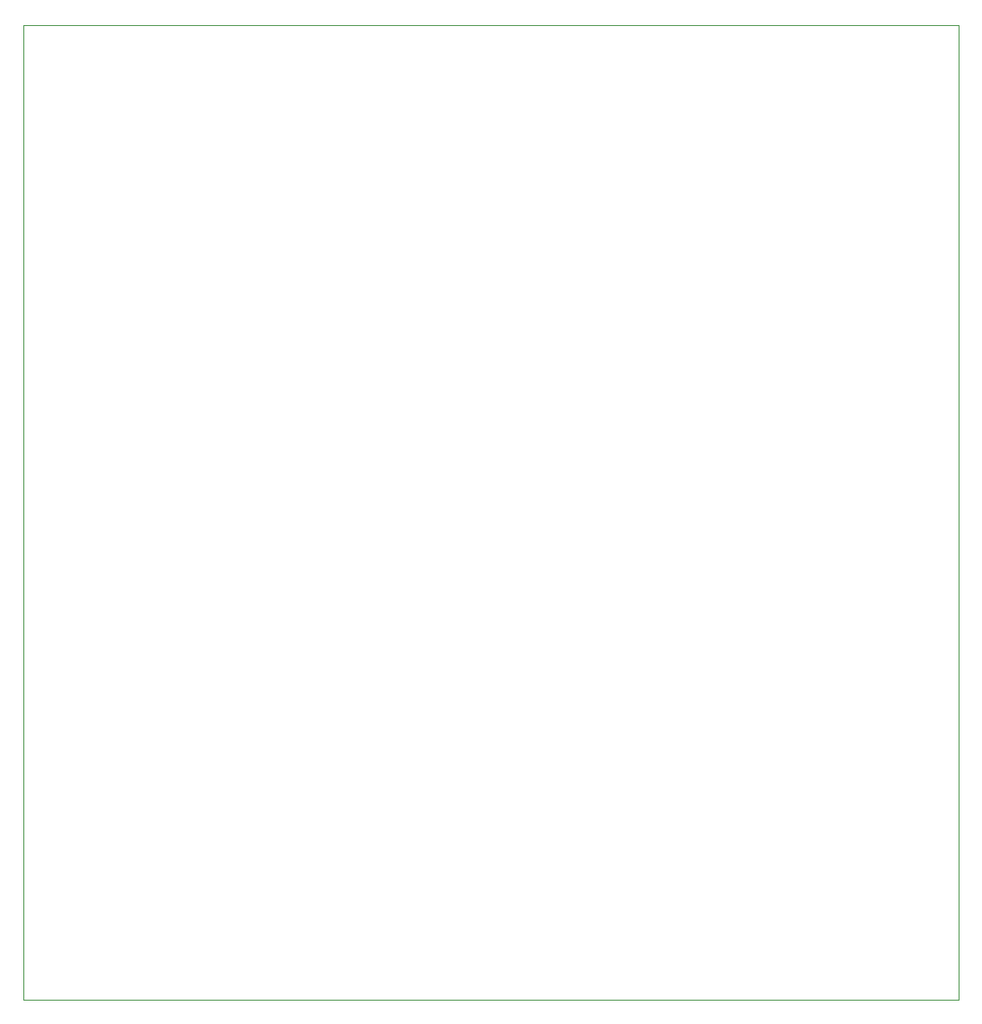
<source format=gbr>
G04 #@! TF.GenerationSoftware,KiCad,Pcbnew,(5.1.2)-2*
G04 #@! TF.CreationDate,2020-01-26T17:06:09+07:00*
G04 #@! TF.ProjectId,power_electronic,706f7765-725f-4656-9c65-6374726f6e69,rev?*
G04 #@! TF.SameCoordinates,Original*
G04 #@! TF.FileFunction,Profile,NP*
%FSLAX46Y46*%
G04 Gerber Fmt 4.6, Leading zero omitted, Abs format (unit mm)*
G04 Created by KiCad (PCBNEW (5.1.2)-2) date 2020-01-26 17:06:09*
%MOMM*%
%LPD*%
G04 APERTURE LIST*
%ADD10C,0.050000*%
G04 APERTURE END LIST*
D10*
X83058000Y-141732000D02*
X85852000Y-141732000D01*
X83058000Y-46482000D02*
X83058000Y-141732000D01*
X84836000Y-46482000D02*
X83058000Y-46482000D01*
X85852000Y-46482000D02*
X84836000Y-46482000D01*
X174498000Y-141732000D02*
X85852000Y-141732000D01*
X174498000Y-140462000D02*
X174498000Y-141732000D01*
X174498000Y-138176000D02*
X174498000Y-140462000D01*
X174498000Y-46482000D02*
X85852000Y-46482000D01*
X174498000Y-138176000D02*
X174498000Y-46482000D01*
M02*

</source>
